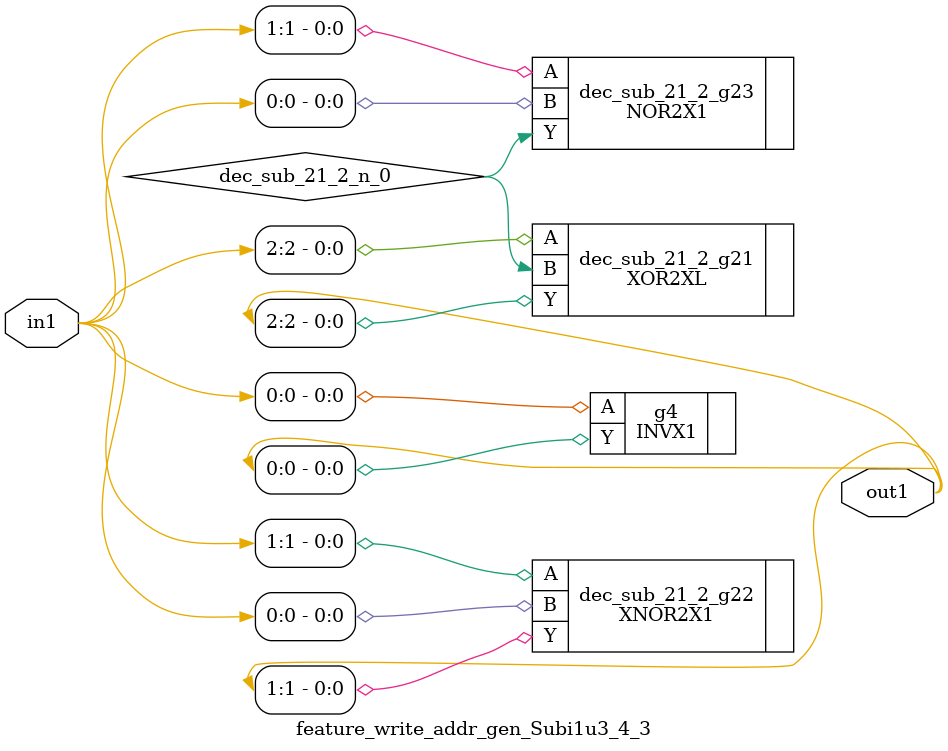
<source format=v>
`timescale 1ps / 1ps


module feature_write_addr_gen_Subi1u3_4_3(in1, out1);
  input [2:0] in1;
  output [2:0] out1;
  wire [2:0] in1;
  wire [2:0] out1;
  wire dec_sub_21_2_n_0;
  INVX1 g4(.A (in1[0]), .Y (out1[0]));
  XOR2XL dec_sub_21_2_g21(.A (in1[2]), .B (dec_sub_21_2_n_0), .Y
       (out1[2]));
  XNOR2X1 dec_sub_21_2_g22(.A (in1[1]), .B (in1[0]), .Y (out1[1]));
  NOR2X1 dec_sub_21_2_g23(.A (in1[1]), .B (in1[0]), .Y
       (dec_sub_21_2_n_0));
endmodule



</source>
